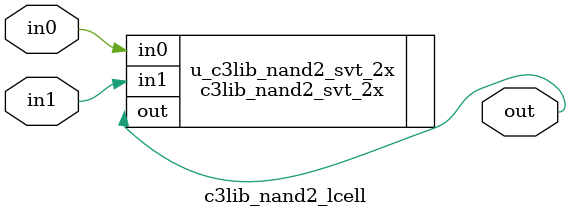
<source format=sv>

module  c3lib_nand2_lcell(

  // Functional IOs
  input  logic	in0,
  input	 logic	in1,
  output logic	out

); 

c3lib_nand2_svt_2x u_c3lib_nand2_svt_2x(

  .in0	( in0 ),
  .in1	( in1 ),
  .out	( out )

);

endmodule 


</source>
